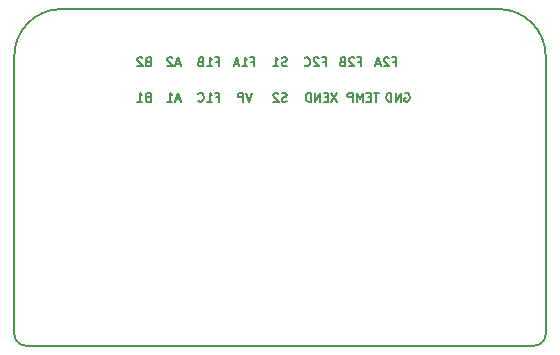
<source format=gbo>
%TF.GenerationSoftware,KiCad,Pcbnew,5.0.2+dfsg1-1*%
%TF.CreationDate,2022-04-03T13:41:23+09:00*%
%TF.ProjectId,toolhead-board,746f6f6c-6865-4616-942d-626f6172642e,rev?*%
%TF.SameCoordinates,Original*%
%TF.FileFunction,Legend,Bot*%
%TF.FilePolarity,Positive*%
%FSLAX46Y46*%
G04 Gerber Fmt 4.6, Leading zero omitted, Abs format (unit mm)*
G04 Created by KiCad (PCBNEW 5.0.2+dfsg1-1) date Sun 03 Apr 2022 01:41:23 PM JST*
%MOMM*%
%LPD*%
G01*
G04 APERTURE LIST*
%ADD10C,0.150000*%
G04 APERTURE END LIST*
D10*
X153071428Y-78125000D02*
X153142857Y-78089285D01*
X153250000Y-78089285D01*
X153357142Y-78125000D01*
X153428571Y-78196428D01*
X153464285Y-78267857D01*
X153500000Y-78410714D01*
X153500000Y-78517857D01*
X153464285Y-78660714D01*
X153428571Y-78732142D01*
X153357142Y-78803571D01*
X153250000Y-78839285D01*
X153178571Y-78839285D01*
X153071428Y-78803571D01*
X153035714Y-78767857D01*
X153035714Y-78517857D01*
X153178571Y-78517857D01*
X152714285Y-78839285D02*
X152714285Y-78089285D01*
X152285714Y-78839285D01*
X152285714Y-78089285D01*
X151928571Y-78839285D02*
X151928571Y-78089285D01*
X151750000Y-78089285D01*
X151642857Y-78125000D01*
X151571428Y-78196428D01*
X151535714Y-78267857D01*
X151500000Y-78410714D01*
X151500000Y-78517857D01*
X151535714Y-78660714D01*
X151571428Y-78732142D01*
X151642857Y-78803571D01*
X151750000Y-78839285D01*
X151928571Y-78839285D01*
X150857142Y-78089285D02*
X150428571Y-78089285D01*
X150642857Y-78839285D02*
X150642857Y-78089285D01*
X150178571Y-78446428D02*
X149928571Y-78446428D01*
X149821428Y-78839285D02*
X150178571Y-78839285D01*
X150178571Y-78089285D01*
X149821428Y-78089285D01*
X149500000Y-78839285D02*
X149500000Y-78089285D01*
X149250000Y-78625000D01*
X149000000Y-78089285D01*
X149000000Y-78839285D01*
X148642857Y-78839285D02*
X148642857Y-78089285D01*
X148357142Y-78089285D01*
X148285714Y-78125000D01*
X148250000Y-78160714D01*
X148214285Y-78232142D01*
X148214285Y-78339285D01*
X148250000Y-78410714D01*
X148285714Y-78446428D01*
X148357142Y-78482142D01*
X148642857Y-78482142D01*
X147357142Y-78089285D02*
X146857142Y-78839285D01*
X146857142Y-78089285D02*
X147357142Y-78839285D01*
X146571428Y-78446428D02*
X146321428Y-78446428D01*
X146214285Y-78839285D02*
X146571428Y-78839285D01*
X146571428Y-78089285D01*
X146214285Y-78089285D01*
X145892857Y-78839285D02*
X145892857Y-78089285D01*
X145464285Y-78839285D01*
X145464285Y-78089285D01*
X145107142Y-78839285D02*
X145107142Y-78089285D01*
X144928571Y-78089285D01*
X144821428Y-78125000D01*
X144750000Y-78196428D01*
X144714285Y-78267857D01*
X144678571Y-78410714D01*
X144678571Y-78517857D01*
X144714285Y-78660714D01*
X144750000Y-78732142D01*
X144821428Y-78803571D01*
X144928571Y-78839285D01*
X145107142Y-78839285D01*
X152071428Y-75446428D02*
X152321428Y-75446428D01*
X152321428Y-75839285D02*
X152321428Y-75089285D01*
X151964285Y-75089285D01*
X151714285Y-75160714D02*
X151678571Y-75125000D01*
X151607142Y-75089285D01*
X151428571Y-75089285D01*
X151357142Y-75125000D01*
X151321428Y-75160714D01*
X151285714Y-75232142D01*
X151285714Y-75303571D01*
X151321428Y-75410714D01*
X151750000Y-75839285D01*
X151285714Y-75839285D01*
X151000000Y-75625000D02*
X150642857Y-75625000D01*
X151071428Y-75839285D02*
X150821428Y-75089285D01*
X150571428Y-75839285D01*
X149125000Y-75446428D02*
X149375000Y-75446428D01*
X149375000Y-75839285D02*
X149375000Y-75089285D01*
X149017857Y-75089285D01*
X148767857Y-75160714D02*
X148732142Y-75125000D01*
X148660714Y-75089285D01*
X148482142Y-75089285D01*
X148410714Y-75125000D01*
X148375000Y-75160714D01*
X148339285Y-75232142D01*
X148339285Y-75303571D01*
X148375000Y-75410714D01*
X148803571Y-75839285D01*
X148339285Y-75839285D01*
X147767857Y-75446428D02*
X147660714Y-75482142D01*
X147625000Y-75517857D01*
X147589285Y-75589285D01*
X147589285Y-75696428D01*
X147625000Y-75767857D01*
X147660714Y-75803571D01*
X147732142Y-75839285D01*
X148017857Y-75839285D01*
X148017857Y-75089285D01*
X147767857Y-75089285D01*
X147696428Y-75125000D01*
X147660714Y-75160714D01*
X147625000Y-75232142D01*
X147625000Y-75303571D01*
X147660714Y-75375000D01*
X147696428Y-75410714D01*
X147767857Y-75446428D01*
X148017857Y-75446428D01*
X146125000Y-75446428D02*
X146375000Y-75446428D01*
X146375000Y-75839285D02*
X146375000Y-75089285D01*
X146017857Y-75089285D01*
X145767857Y-75160714D02*
X145732142Y-75125000D01*
X145660714Y-75089285D01*
X145482142Y-75089285D01*
X145410714Y-75125000D01*
X145375000Y-75160714D01*
X145339285Y-75232142D01*
X145339285Y-75303571D01*
X145375000Y-75410714D01*
X145803571Y-75839285D01*
X145339285Y-75839285D01*
X144589285Y-75767857D02*
X144625000Y-75803571D01*
X144732142Y-75839285D01*
X144803571Y-75839285D01*
X144910714Y-75803571D01*
X144982142Y-75732142D01*
X145017857Y-75660714D01*
X145053571Y-75517857D01*
X145053571Y-75410714D01*
X145017857Y-75267857D01*
X144982142Y-75196428D01*
X144910714Y-75125000D01*
X144803571Y-75089285D01*
X144732142Y-75089285D01*
X144625000Y-75125000D01*
X144589285Y-75160714D01*
X143071428Y-78803571D02*
X142964285Y-78839285D01*
X142785714Y-78839285D01*
X142714285Y-78803571D01*
X142678571Y-78767857D01*
X142642857Y-78696428D01*
X142642857Y-78625000D01*
X142678571Y-78553571D01*
X142714285Y-78517857D01*
X142785714Y-78482142D01*
X142928571Y-78446428D01*
X143000000Y-78410714D01*
X143035714Y-78375000D01*
X143071428Y-78303571D01*
X143071428Y-78232142D01*
X143035714Y-78160714D01*
X143000000Y-78125000D01*
X142928571Y-78089285D01*
X142750000Y-78089285D01*
X142642857Y-78125000D01*
X142357142Y-78160714D02*
X142321428Y-78125000D01*
X142250000Y-78089285D01*
X142071428Y-78089285D01*
X142000000Y-78125000D01*
X141964285Y-78160714D01*
X141928571Y-78232142D01*
X141928571Y-78303571D01*
X141964285Y-78410714D01*
X142392857Y-78839285D01*
X141928571Y-78839285D01*
X143071428Y-75803571D02*
X142964285Y-75839285D01*
X142785714Y-75839285D01*
X142714285Y-75803571D01*
X142678571Y-75767857D01*
X142642857Y-75696428D01*
X142642857Y-75625000D01*
X142678571Y-75553571D01*
X142714285Y-75517857D01*
X142785714Y-75482142D01*
X142928571Y-75446428D01*
X143000000Y-75410714D01*
X143035714Y-75375000D01*
X143071428Y-75303571D01*
X143071428Y-75232142D01*
X143035714Y-75160714D01*
X143000000Y-75125000D01*
X142928571Y-75089285D01*
X142750000Y-75089285D01*
X142642857Y-75125000D01*
X141928571Y-75839285D02*
X142357142Y-75839285D01*
X142142857Y-75839285D02*
X142142857Y-75089285D01*
X142214285Y-75196428D01*
X142285714Y-75267857D01*
X142357142Y-75303571D01*
X140125000Y-78089285D02*
X139875000Y-78839285D01*
X139625000Y-78089285D01*
X139375000Y-78839285D02*
X139375000Y-78089285D01*
X139089285Y-78089285D01*
X139017857Y-78125000D01*
X138982142Y-78160714D01*
X138946428Y-78232142D01*
X138946428Y-78339285D01*
X138982142Y-78410714D01*
X139017857Y-78446428D01*
X139089285Y-78482142D01*
X139375000Y-78482142D01*
X137125000Y-78446428D02*
X137375000Y-78446428D01*
X137375000Y-78839285D02*
X137375000Y-78089285D01*
X137017857Y-78089285D01*
X136339285Y-78839285D02*
X136767857Y-78839285D01*
X136553571Y-78839285D02*
X136553571Y-78089285D01*
X136625000Y-78196428D01*
X136696428Y-78267857D01*
X136767857Y-78303571D01*
X135589285Y-78767857D02*
X135625000Y-78803571D01*
X135732142Y-78839285D01*
X135803571Y-78839285D01*
X135910714Y-78803571D01*
X135982142Y-78732142D01*
X136017857Y-78660714D01*
X136053571Y-78517857D01*
X136053571Y-78410714D01*
X136017857Y-78267857D01*
X135982142Y-78196428D01*
X135910714Y-78125000D01*
X135803571Y-78089285D01*
X135732142Y-78089285D01*
X135625000Y-78125000D01*
X135589285Y-78160714D01*
X137125000Y-75446428D02*
X137375000Y-75446428D01*
X137375000Y-75839285D02*
X137375000Y-75089285D01*
X137017857Y-75089285D01*
X136339285Y-75839285D02*
X136767857Y-75839285D01*
X136553571Y-75839285D02*
X136553571Y-75089285D01*
X136625000Y-75196428D01*
X136696428Y-75267857D01*
X136767857Y-75303571D01*
X135767857Y-75446428D02*
X135660714Y-75482142D01*
X135625000Y-75517857D01*
X135589285Y-75589285D01*
X135589285Y-75696428D01*
X135625000Y-75767857D01*
X135660714Y-75803571D01*
X135732142Y-75839285D01*
X136017857Y-75839285D01*
X136017857Y-75089285D01*
X135767857Y-75089285D01*
X135696428Y-75125000D01*
X135660714Y-75160714D01*
X135625000Y-75232142D01*
X135625000Y-75303571D01*
X135660714Y-75375000D01*
X135696428Y-75410714D01*
X135767857Y-75446428D01*
X136017857Y-75446428D01*
X140071428Y-75446428D02*
X140321428Y-75446428D01*
X140321428Y-75839285D02*
X140321428Y-75089285D01*
X139964285Y-75089285D01*
X139285714Y-75839285D02*
X139714285Y-75839285D01*
X139500000Y-75839285D02*
X139500000Y-75089285D01*
X139571428Y-75196428D01*
X139642857Y-75267857D01*
X139714285Y-75303571D01*
X139000000Y-75625000D02*
X138642857Y-75625000D01*
X139071428Y-75839285D02*
X138821428Y-75089285D01*
X138571428Y-75839285D01*
X134035714Y-78625000D02*
X133678571Y-78625000D01*
X134107142Y-78839285D02*
X133857142Y-78089285D01*
X133607142Y-78839285D01*
X132964285Y-78839285D02*
X133392857Y-78839285D01*
X133178571Y-78839285D02*
X133178571Y-78089285D01*
X133250000Y-78196428D01*
X133321428Y-78267857D01*
X133392857Y-78303571D01*
X134035714Y-75625000D02*
X133678571Y-75625000D01*
X134107142Y-75839285D02*
X133857142Y-75089285D01*
X133607142Y-75839285D01*
X133392857Y-75160714D02*
X133357142Y-75125000D01*
X133285714Y-75089285D01*
X133107142Y-75089285D01*
X133035714Y-75125000D01*
X133000000Y-75160714D01*
X132964285Y-75232142D01*
X132964285Y-75303571D01*
X133000000Y-75410714D01*
X133428571Y-75839285D01*
X132964285Y-75839285D01*
X131303571Y-78446428D02*
X131196428Y-78482142D01*
X131160714Y-78517857D01*
X131125000Y-78589285D01*
X131125000Y-78696428D01*
X131160714Y-78767857D01*
X131196428Y-78803571D01*
X131267857Y-78839285D01*
X131553571Y-78839285D01*
X131553571Y-78089285D01*
X131303571Y-78089285D01*
X131232142Y-78125000D01*
X131196428Y-78160714D01*
X131160714Y-78232142D01*
X131160714Y-78303571D01*
X131196428Y-78375000D01*
X131232142Y-78410714D01*
X131303571Y-78446428D01*
X131553571Y-78446428D01*
X130410714Y-78839285D02*
X130839285Y-78839285D01*
X130625000Y-78839285D02*
X130625000Y-78089285D01*
X130696428Y-78196428D01*
X130767857Y-78267857D01*
X130839285Y-78303571D01*
X131303571Y-75446428D02*
X131196428Y-75482142D01*
X131160714Y-75517857D01*
X131125000Y-75589285D01*
X131125000Y-75696428D01*
X131160714Y-75767857D01*
X131196428Y-75803571D01*
X131267857Y-75839285D01*
X131553571Y-75839285D01*
X131553571Y-75089285D01*
X131303571Y-75089285D01*
X131232142Y-75125000D01*
X131196428Y-75160714D01*
X131160714Y-75232142D01*
X131160714Y-75303571D01*
X131196428Y-75375000D01*
X131232142Y-75410714D01*
X131303571Y-75446428D01*
X131553571Y-75446428D01*
X130839285Y-75160714D02*
X130803571Y-75125000D01*
X130732142Y-75089285D01*
X130553571Y-75089285D01*
X130482142Y-75125000D01*
X130446428Y-75160714D01*
X130410714Y-75232142D01*
X130410714Y-75303571D01*
X130446428Y-75410714D01*
X130875000Y-75839285D01*
X130410714Y-75839285D01*
X165000000Y-98500000D02*
G75*
G02X164000000Y-99500000I-1000000J0D01*
G01*
X121000000Y-99500000D02*
G75*
G02X120000000Y-98500000I0J1000000D01*
G01*
X161000000Y-71000000D02*
G75*
G02X165000000Y-75000000I0J-4000000D01*
G01*
X120000000Y-75000000D02*
G75*
G02X124000000Y-71000000I4000000J0D01*
G01*
X120000000Y-75000000D02*
X120000000Y-98500000D01*
X161000000Y-71000000D02*
X124000000Y-71000000D01*
X165000000Y-98500000D02*
X165000000Y-75000000D01*
X121000000Y-99500000D02*
X164000000Y-99500000D01*
M02*

</source>
